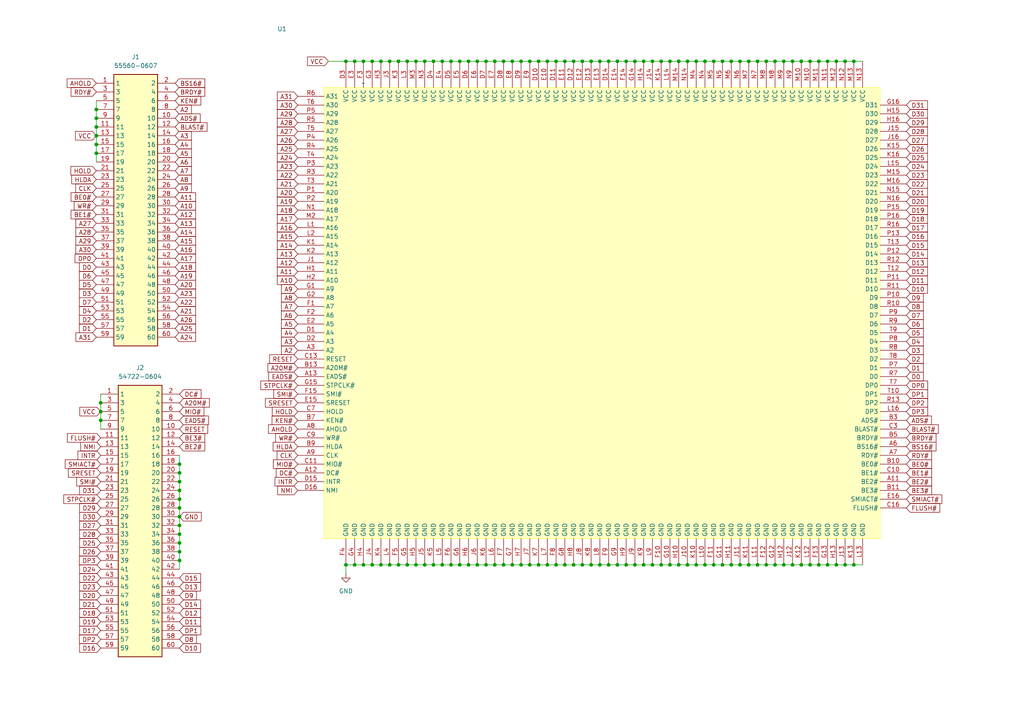
<source format=kicad_sch>
(kicad_sch (version 20250114) (generator "eeschema") (generator_version "9.0")
  (paper "A4")
  (junction (at 52.07 134.62))
  (junction (at 52.07 162.56))
  (junction (at 143.51 17.78))
  (junction (at 27.94 39.37))
  (junction (at 196.85 17.78))
  (junction (at 29.21 116.84))
  (junction (at 27.94 44.45))
  (junction (at 163.83 163.83))
  (junction (at 120.65 17.78))
  (junction (at 222.25 17.78))
  (junction (at 186.69 163.83))
  (junction (at 107.95 163.83))
  (junction (at 214.63 17.78))
  (junction (at 123.19 163.83))
  (junction (at 234.95 17.78))
  (junction (at 125.73 17.78))
  (junction (at 217.17 163.83))
  (junction (at 186.69 17.78))
  (junction (at 52.07 144.78))
  (junction (at 196.85 163.83))
  (junction (at 107.95 17.78))
  (junction (at 148.59 163.83))
  (junction (at 227.33 163.83))
  (junction (at 247.65 17.78))
  (junction (at 234.95 163.83))
  (junction (at 105.41 163.83))
  (junction (at 184.15 163.83))
  (junction (at 207.01 163.83))
  (junction (at 143.51 163.83))
  (junction (at 156.21 163.83))
  (junction (at 120.65 163.83))
  (junction (at 113.03 163.83))
  (junction (at 199.39 17.78))
  (junction (at 219.71 163.83))
  (junction (at 153.67 17.78))
  (junction (at 27.94 31.75))
  (junction (at 115.57 163.83))
  (junction (at 158.75 17.78))
  (junction (at 100.33 163.83))
  (junction (at 224.79 163.83))
  (junction (at 52.07 147.32))
  (junction (at 27.94 36.83))
  (junction (at 242.57 163.83))
  (junction (at 105.41 17.78))
  (junction (at 123.19 17.78))
  (junction (at 191.77 163.83))
  (junction (at 219.71 17.78))
  (junction (at 52.07 152.4))
  (junction (at 133.35 17.78))
  (junction (at 212.09 17.78))
  (junction (at 148.59 17.78))
  (junction (at 27.94 34.29))
  (junction (at 52.07 154.94))
  (junction (at 222.25 163.83))
  (junction (at 102.87 163.83))
  (junction (at 52.07 142.24))
  (junction (at 229.87 163.83))
  (junction (at 240.03 17.78))
  (junction (at 201.93 17.78))
  (junction (at 176.53 163.83))
  (junction (at 130.81 17.78))
  (junction (at 237.49 17.78))
  (junction (at 140.97 163.83))
  (junction (at 189.23 17.78))
  (junction (at 166.37 163.83))
  (junction (at 128.27 17.78))
  (junction (at 130.81 163.83))
  (junction (at 199.39 163.83))
  (junction (at 173.99 163.83))
  (junction (at 207.01 17.78))
  (junction (at 212.09 163.83))
  (junction (at 176.53 17.78))
  (junction (at 217.17 17.78))
  (junction (at 209.55 17.78))
  (junction (at 166.37 17.78))
  (junction (at 110.49 17.78))
  (junction (at 179.07 17.78))
  (junction (at 194.31 17.78))
  (junction (at 171.45 163.83))
  (junction (at 173.99 17.78))
  (junction (at 232.41 17.78))
  (junction (at 133.35 163.83))
  (junction (at 209.55 163.83))
  (junction (at 27.94 41.91))
  (junction (at 229.87 17.78))
  (junction (at 181.61 17.78))
  (junction (at 247.65 163.83))
  (junction (at 179.07 163.83))
  (junction (at 163.83 17.78))
  (junction (at 29.21 121.92))
  (junction (at 118.11 163.83))
  (junction (at 125.73 163.83))
  (junction (at 184.15 17.78))
  (junction (at 100.33 17.78))
  (junction (at 52.07 160.02))
  (junction (at 194.31 163.83))
  (junction (at 118.11 17.78))
  (junction (at 214.63 163.83))
  (junction (at 227.33 17.78))
  (junction (at 204.47 17.78))
  (junction (at 52.07 149.86))
  (junction (at 168.91 17.78))
  (junction (at 245.11 163.83))
  (junction (at 171.45 17.78))
  (junction (at 156.21 17.78))
  (junction (at 113.03 17.78))
  (junction (at 158.75 163.83))
  (junction (at 135.89 17.78))
  (junction (at 135.89 163.83))
  (junction (at 191.77 17.78))
  (junction (at 240.03 163.83))
  (junction (at 128.27 163.83))
  (junction (at 201.93 163.83))
  (junction (at 52.07 137.16))
  (junction (at 115.57 17.78))
  (junction (at 189.23 163.83))
  (junction (at 146.05 17.78))
  (junction (at 161.29 17.78))
  (junction (at 181.61 163.83))
  (junction (at 153.67 163.83))
  (junction (at 232.41 163.83))
  (junction (at 52.07 139.7))
  (junction (at 138.43 17.78))
  (junction (at 29.21 119.38))
  (junction (at 224.79 17.78))
  (junction (at 102.87 17.78))
  (junction (at 110.49 163.83))
  (junction (at 237.49 163.83))
  (junction (at 138.43 163.83))
  (junction (at 52.07 157.48))
  (junction (at 151.13 163.83))
  (junction (at 161.29 163.83))
  (junction (at 140.97 17.78))
  (junction (at 146.05 163.83))
  (junction (at 242.57 17.78))
  (junction (at 168.91 163.83))
  (junction (at 204.47 163.83))
  (junction (at 245.11 17.78))
  (junction (at 151.13 17.78))
  (wire (pts (xy 158.75 17.78) (xy 161.29 17.78)))
  (wire (pts (xy 234.95 17.78) (xy 237.49 17.78)))
  (wire (pts (xy 52.07 134.62) (xy 52.07 137.16)))
  (wire (pts (xy 105.41 17.78) (xy 107.95 17.78)))
  (wire (pts (xy 29.21 121.92) (xy 29.21 124.46)))
  (wire (pts (xy 143.51 163.83) (xy 146.05 163.83)))
  (wire (pts (xy 138.43 163.83) (xy 140.97 163.83)))
  (wire (pts (xy 125.73 17.78) (xy 128.27 17.78)))
  (wire (pts (xy 120.65 17.78) (xy 123.19 17.78)))
  (wire (pts (xy 110.49 163.83) (xy 113.03 163.83)))
  (wire (pts (xy 52.07 160.02) (xy 52.07 162.56)))
  (wire (pts (xy 171.45 17.78) (xy 173.99 17.78)))
  (wire (pts (xy 115.57 17.78) (xy 118.11 17.78)))
  (wire (pts (xy 245.11 17.78) (xy 247.65 17.78)))
  (wire (pts (xy 100.33 163.83) (xy 100.33 166.37)))
  (wire (pts (xy 166.37 17.78) (xy 168.91 17.78)))
  (wire (pts (xy 27.94 44.45) (xy 27.94 46.99)))
  (wire (pts (xy 204.47 17.78) (xy 207.01 17.78)))
  (wire (pts (xy 242.57 17.78) (xy 245.11 17.78)))
  (wire (pts (xy 247.65 163.83) (xy 250.19 163.83)))
  (wire (pts (xy 227.33 17.78) (xy 229.87 17.78)))
  (wire (pts (xy 207.01 17.78) (xy 209.55 17.78)))
  (wire (pts (xy 140.97 163.83) (xy 143.51 163.83)))
  (wire (pts (xy 173.99 163.83) (xy 176.53 163.83)))
  (wire (pts (xy 158.75 163.83) (xy 161.29 163.83)))
  (wire (pts (xy 128.27 163.83) (xy 130.81 163.83)))
  (wire (pts (xy 161.29 163.83) (xy 163.83 163.83)))
  (wire (pts (xy 186.69 163.83) (xy 189.23 163.83)))
  (wire (pts (xy 201.93 17.78) (xy 204.47 17.78)))
  (wire (pts (xy 148.59 163.83) (xy 151.13 163.83)))
  (wire (pts (xy 176.53 17.78) (xy 179.07 17.78)))
  (wire (pts (xy 207.01 163.83) (xy 209.55 163.83)))
  (wire (pts (xy 102.87 17.78) (xy 105.41 17.78)))
  (wire (pts (xy 52.07 144.78) (xy 52.07 147.32)))
  (wire (pts (xy 234.95 163.83) (xy 237.49 163.83)))
  (wire (pts (xy 204.47 163.83) (xy 207.01 163.83)))
  (wire (pts (xy 224.79 17.78) (xy 227.33 17.78)))
  (wire (pts (xy 181.61 163.83) (xy 184.15 163.83)))
  (wire (pts (xy 52.07 147.32) (xy 52.07 149.86)))
  (wire (pts (xy 52.07 149.86) (xy 52.07 152.4)))
  (wire (pts (xy 232.41 163.83) (xy 234.95 163.83)))
  (wire (pts (xy 163.83 163.83) (xy 166.37 163.83)))
  (wire (pts (xy 179.07 163.83) (xy 181.61 163.83)))
  (wire (pts (xy 52.07 152.4) (xy 52.07 154.94)))
  (wire (pts (xy 219.71 17.78) (xy 222.25 17.78)))
  (wire (pts (xy 163.83 17.78) (xy 166.37 17.78)))
  (wire (pts (xy 222.25 17.78) (xy 224.79 17.78)))
  (wire (pts (xy 151.13 163.83) (xy 153.67 163.83)))
  (wire (pts (xy 184.15 17.78) (xy 186.69 17.78)))
  (wire (pts (xy 153.67 17.78) (xy 156.21 17.78)))
  (wire (pts (xy 176.53 163.83) (xy 179.07 163.83)))
  (wire (pts (xy 171.45 163.83) (xy 173.99 163.83)))
  (wire (pts (xy 52.07 142.24) (xy 52.07 144.78)))
  (wire (pts (xy 245.11 163.83) (xy 247.65 163.83)))
  (wire (pts (xy 52.07 154.94) (xy 52.07 157.48)))
  (wire (pts (xy 237.49 17.78) (xy 240.03 17.78)))
  (wire (pts (xy 52.07 132.08) (xy 52.07 134.62)))
  (wire (pts (xy 181.61 17.78) (xy 184.15 17.78)))
  (wire (pts (xy 52.07 162.56) (xy 52.07 165.1)))
  (wire (pts (xy 102.87 163.83) (xy 105.41 163.83)))
  (wire (pts (xy 232.41 17.78) (xy 234.95 17.78)))
  (wire (pts (xy 156.21 163.83) (xy 158.75 163.83)))
  (wire (pts (xy 199.39 17.78) (xy 201.93 17.78)))
  (wire (pts (xy 118.11 163.83) (xy 120.65 163.83)))
  (wire (pts (xy 209.55 163.83) (xy 212.09 163.83)))
  (wire (pts (xy 191.77 163.83) (xy 194.31 163.83)))
  (wire (pts (xy 27.94 34.29) (xy 27.94 36.83)))
  (wire (pts (xy 168.91 163.83) (xy 171.45 163.83)))
  (wire (pts (xy 130.81 17.78) (xy 133.35 17.78)))
  (wire (pts (xy 186.69 17.78) (xy 189.23 17.78)))
  (wire (pts (xy 240.03 163.83) (xy 242.57 163.83)))
  (wire (pts (xy 242.57 163.83) (xy 245.11 163.83)))
  (wire (pts (xy 194.31 17.78) (xy 196.85 17.78)))
  (wire (pts (xy 27.94 29.21) (xy 27.94 31.75)))
  (wire (pts (xy 52.07 137.16) (xy 52.07 139.7)))
  (wire (pts (xy 100.33 17.78) (xy 102.87 17.78)))
  (wire (pts (xy 212.09 163.83) (xy 214.63 163.83)))
  (wire (pts (xy 107.95 163.83) (xy 110.49 163.83)))
  (wire (pts (xy 29.21 114.3) (xy 29.21 116.84)))
  (wire (pts (xy 27.94 31.75) (xy 27.94 34.29)))
  (wire (pts (xy 135.89 17.78) (xy 138.43 17.78)))
  (wire (pts (xy 184.15 163.83) (xy 186.69 163.83)))
  (wire (pts (xy 128.27 17.78) (xy 130.81 17.78)))
  (wire (pts (xy 130.81 163.83) (xy 133.35 163.83)))
  (wire (pts (xy 191.77 17.78) (xy 194.31 17.78)))
  (wire (pts (xy 140.97 17.78) (xy 143.51 17.78)))
  (wire (pts (xy 166.37 163.83) (xy 168.91 163.83)))
  (wire (pts (xy 224.79 163.83) (xy 227.33 163.83)))
  (wire (pts (xy 135.89 163.83) (xy 138.43 163.83)))
  (wire (pts (xy 151.13 17.78) (xy 153.67 17.78)))
  (wire (pts (xy 95.25 17.78) (xy 100.33 17.78)))
  (wire (pts (xy 212.09 17.78) (xy 214.63 17.78)))
  (wire (pts (xy 52.07 157.48) (xy 52.07 160.02)))
  (wire (pts (xy 229.87 163.83) (xy 232.41 163.83)))
  (wire (pts (xy 201.93 163.83) (xy 204.47 163.83)))
  (wire (pts (xy 105.41 163.83) (xy 107.95 163.83)))
  (wire (pts (xy 196.85 17.78) (xy 199.39 17.78)))
  (wire (pts (xy 173.99 17.78) (xy 176.53 17.78)))
  (wire (pts (xy 148.59 17.78) (xy 151.13 17.78)))
  (wire (pts (xy 146.05 17.78) (xy 148.59 17.78)))
  (wire (pts (xy 196.85 163.83) (xy 199.39 163.83)))
  (wire (pts (xy 27.94 36.83) (xy 27.94 39.37)))
  (wire (pts (xy 27.94 41.91) (xy 27.94 44.45)))
  (wire (pts (xy 247.65 17.78) (xy 250.19 17.78)))
  (wire (pts (xy 229.87 17.78) (xy 232.41 17.78)))
  (wire (pts (xy 194.31 163.83) (xy 196.85 163.83)))
  (wire (pts (xy 240.03 17.78) (xy 242.57 17.78)))
  (wire (pts (xy 179.07 17.78) (xy 181.61 17.78)))
  (wire (pts (xy 110.49 17.78) (xy 113.03 17.78)))
  (wire (pts (xy 222.25 163.83) (xy 224.79 163.83)))
  (wire (pts (xy 52.07 139.7) (xy 52.07 142.24)))
  (wire (pts (xy 138.43 17.78) (xy 140.97 17.78)))
  (wire (pts (xy 27.94 39.37) (xy 27.94 41.91)))
  (wire (pts (xy 168.91 17.78) (xy 171.45 17.78)))
  (wire (pts (xy 113.03 163.83) (xy 115.57 163.83)))
  (wire (pts (xy 153.67 163.83) (xy 156.21 163.83)))
  (wire (pts (xy 217.17 17.78) (xy 219.71 17.78)))
  (wire (pts (xy 123.19 163.83) (xy 125.73 163.83)))
  (wire (pts (xy 219.71 163.83) (xy 222.25 163.83)))
  (wire (pts (xy 161.29 17.78) (xy 163.83 17.78)))
  (wire (pts (xy 146.05 163.83) (xy 148.59 163.83)))
  (wire (pts (xy 214.63 163.83) (xy 217.17 163.83)))
  (wire (pts (xy 209.55 17.78) (xy 212.09 17.78)))
  (wire (pts (xy 217.17 163.83) (xy 219.71 163.83)))
  (wire (pts (xy 120.65 163.83) (xy 123.19 163.83)))
  (wire (pts (xy 189.23 163.83) (xy 191.77 163.83)))
  (wire (pts (xy 29.21 119.38) (xy 29.21 121.92)))
  (wire (pts (xy 118.11 17.78) (xy 120.65 17.78)))
  (wire (pts (xy 100.33 163.83) (xy 102.87 163.83)))
  (wire (pts (xy 199.39 163.83) (xy 201.93 163.83)))
  (wire (pts (xy 113.03 17.78) (xy 115.57 17.78)))
  (wire (pts (xy 133.35 17.78) (xy 135.89 17.78)))
  (wire (pts (xy 189.23 17.78) (xy 191.77 17.78)))
  (wire (pts (xy 227.33 163.83) (xy 229.87 163.83)))
  (wire (pts (xy 237.49 163.83) (xy 240.03 163.83)))
  (wire (pts (xy 133.35 163.83) (xy 135.89 163.83)))
  (wire (pts (xy 214.63 17.78) (xy 217.17 17.78)))
  (wire (pts (xy 115.57 163.83) (xy 118.11 163.83)))
  (wire (pts (xy 156.21 17.78) (xy 158.75 17.78)))
  (wire (pts (xy 143.51 17.78) (xy 146.05 17.78)))
  (wire (pts (xy 29.21 116.84) (xy 29.21 119.38)))
  (wire (pts (xy 123.19 17.78) (xy 125.73 17.78)))
  (wire (pts (xy 125.73 163.83) (xy 128.27 163.83)))
  (wire (pts (xy 107.95 17.78) (xy 110.49 17.78)))
  (global_label "D13" (shape input) (at 262.89 76.2 0) (property "Intersheetrefs" "${INTERSHEET_REFS}" (effects (hide yes))))
  (global_label "DC#" (shape input) (at 86.36 137.16 180) (property "Intersheetrefs" "${INTERSHEET_REFS}" (effects (hide yes))))
  (global_label "D7" (shape input) (at 262.89 91.44 0) (property "Intersheetrefs" "${INTERSHEET_REFS}" (effects (hide yes))))
  (global_label "D16" (shape input) (at 262.89 68.58 0) (property "Intersheetrefs" "${INTERSHEET_REFS}" (effects (hide yes))))
  (global_label "SMI#" (shape input) (at 29.21 139.7 180) (property "Intersheetrefs" "${INTERSHEET_REFS}" (effects (hide yes))))
  (global_label "D14" (shape input) (at 52.07 175.26 0) (property "Intersheetrefs" "${INTERSHEET_REFS}" (effects (hide yes))))
  (global_label "A3" (shape input) (at 86.36 99.06 180) (property "Intersheetrefs" "${INTERSHEET_REFS}" (effects (hide yes))))
  (global_label "D23" (shape input) (at 29.21 170.18 180) (property "Intersheetrefs" "${INTERSHEET_REFS}" (effects (hide yes))))
  (global_label "D3" (shape input) (at 27.94 85.09 180) (property "Intersheetrefs" "${INTERSHEET_REFS}" (effects (hide yes))))
  (global_label "A30" (shape input) (at 86.36 30.48 180) (property "Intersheetrefs" "${INTERSHEET_REFS}" (effects (hide yes))))
  (global_label "VCC" (shape input) (at 27.94 39.37 180) (property "Intersheetrefs" "${INTERSHEET_REFS}" (effects (hide yes))))
  (global_label "A15" (shape input) (at 86.36 68.58 180) (property "Intersheetrefs" "${INTERSHEET_REFS}" (effects (hide yes))))
  (global_label "A17" (shape input) (at 86.36 63.5 180) (property "Intersheetrefs" "${INTERSHEET_REFS}" (effects (hide yes))))
  (global_label "D18" (shape input) (at 29.21 177.8 180) (property "Intersheetrefs" "${INTERSHEET_REFS}" (effects (hide yes))))
  (global_label "A13" (shape input) (at 86.36 73.66 180) (property "Intersheetrefs" "${INTERSHEET_REFS}" (effects (hide yes))))
  (global_label "D30" (shape input) (at 29.21 149.86 180) (property "Intersheetrefs" "${INTERSHEET_REFS}" (effects (hide yes))))
  (global_label "D6" (shape input) (at 262.89 93.98 0) (property "Intersheetrefs" "${INTERSHEET_REFS}" (effects (hide yes))))
  (global_label "A31" (shape input) (at 86.36 27.94 180) (property "Intersheetrefs" "${INTERSHEET_REFS}" (effects (hide yes))))
  (global_label "D17" (shape input) (at 29.21 182.88 180) (property "Intersheetrefs" "${INTERSHEET_REFS}" (effects (hide yes))))
  (global_label "D4" (shape input) (at 262.89 99.06 0) (property "Intersheetrefs" "${INTERSHEET_REFS}" (effects (hide yes))))
  (global_label "D5" (shape input) (at 27.94 82.55 180) (property "Intersheetrefs" "${INTERSHEET_REFS}" (effects (hide yes))))
  (global_label "D7" (shape input) (at 27.94 87.63 180) (property "Intersheetrefs" "${INTERSHEET_REFS}" (effects (hide yes))))
  (global_label "D25" (shape input) (at 29.21 157.48 180) (property "Intersheetrefs" "${INTERSHEET_REFS}" (effects (hide yes))))
  (global_label "BS16#" (shape input) (at 262.89 129.54 0) (property "Intersheetrefs" "${INTERSHEET_REFS}" (effects (hide yes))))
  (global_label "DP2" (shape input) (at 29.21 185.42 180) (property "Intersheetrefs" "${INTERSHEET_REFS}" (effects (hide yes))))
  (global_label "A18" (shape input) (at 86.36 60.96 180) (property "Intersheetrefs" "${INTERSHEET_REFS}" (effects (hide yes))))
  (global_label "DP0" (shape input) (at 262.89 111.76 0) (property "Intersheetrefs" "${INTERSHEET_REFS}" (effects (hide yes))))
  (global_label "A31" (shape input) (at 27.94 97.79 180) (property "Intersheetrefs" "${INTERSHEET_REFS}" (effects (hide yes))))
  (global_label "A24" (shape input) (at 86.36 45.72 180) (property "Intersheetrefs" "${INTERSHEET_REFS}" (effects (hide yes))))
  (global_label "D30" (shape input) (at 262.89 33.02 0) (property "Intersheetrefs" "${INTERSHEET_REFS}" (effects (hide yes))))
  (global_label "D9" (shape input) (at 262.89 86.36 0) (property "Intersheetrefs" "${INTERSHEET_REFS}" (effects (hide yes))))
  (global_label "D4" (shape input) (at 27.94 90.17 180) (property "Intersheetrefs" "${INTERSHEET_REFS}" (effects (hide yes))))
  (global_label "FLUSH#" (shape input) (at 29.21 127 180) (property "Intersheetrefs" "${INTERSHEET_REFS}" (effects (hide yes))))
  (global_label "HOLD" (shape input) (at 86.36 119.38 180) (property "Intersheetrefs" "${INTERSHEET_REFS}" (effects (hide yes))))
  (global_label "A29" (shape input) (at 27.94 69.85 180) (property "Intersheetrefs" "${INTERSHEET_REFS}" (effects (hide yes))))
  (global_label "A10" (shape input) (at 50.8 59.69 0) (property "Intersheetrefs" "${INTERSHEET_REFS}" (effects (hide yes))))
  (global_label "D19" (shape input) (at 29.21 180.34 180) (property "Intersheetrefs" "${INTERSHEET_REFS}" (effects (hide yes))))
  (global_label "SMI#" (shape input) (at 86.36 114.3 180) (property "Intersheetrefs" "${INTERSHEET_REFS}" (effects (hide yes))))
  (global_label "BE3#" (shape input) (at 52.07 127 0) (property "Intersheetrefs" "${INTERSHEET_REFS}" (effects (hide yes))))
  (global_label "A7" (shape input) (at 86.36 88.9 180) (property "Intersheetrefs" "${INTERSHEET_REFS}" (effects (hide yes))))
  (global_label "A14" (shape input) (at 86.36 71.12 180) (property "Intersheetrefs" "${INTERSHEET_REFS}" (effects (hide yes))))
  (global_label "WR#" (shape input) (at 27.94 59.69 180) (property "Intersheetrefs" "${INTERSHEET_REFS}" (effects (hide yes))))
  (global_label "A21" (shape input) (at 50.8 90.17 0) (property "Intersheetrefs" "${INTERSHEET_REFS}" (effects (hide yes))))
  (global_label "MIO#" (shape input) (at 86.36 134.62 180) (property "Intersheetrefs" "${INTERSHEET_REFS}" (effects (hide yes))))
  (global_label "D16" (shape input) (at 29.21 187.96 180) (property "Intersheetrefs" "${INTERSHEET_REFS}" (effects (hide yes))))
  (global_label "D29" (shape input) (at 29.21 147.32 180) (property "Intersheetrefs" "${INTERSHEET_REFS}" (effects (hide yes))))
  (global_label "DP1" (shape input) (at 262.89 114.3 0) (property "Intersheetrefs" "${INTERSHEET_REFS}" (effects (hide yes))))
  (global_label "D10" (shape input) (at 262.89 83.82 0) (property "Intersheetrefs" "${INTERSHEET_REFS}" (effects (hide yes))))
  (global_label "D0" (shape input) (at 27.94 77.47 180) (property "Intersheetrefs" "${INTERSHEET_REFS}" (effects (hide yes))))
  (global_label "A22" (shape input) (at 86.36 50.8 180) (property "Intersheetrefs" "${INTERSHEET_REFS}" (effects (hide yes))))
  (global_label "MIO#" (shape input) (at 52.07 119.38 0) (property "Intersheetrefs" "${INTERSHEET_REFS}" (effects (hide yes))))
  (global_label "A6" (shape input) (at 50.8 46.99 0) (property "Intersheetrefs" "${INTERSHEET_REFS}" (effects (hide yes))))
  (global_label "A15" (shape input) (at 50.8 69.85 0) (property "Intersheetrefs" "${INTERSHEET_REFS}" (effects (hide yes))))
  (global_label "D0" (shape input) (at 262.89 109.22 0) (property "Intersheetrefs" "${INTERSHEET_REFS}" (effects (hide yes))))
  (global_label "A9" (shape input) (at 50.8 54.61 0) (property "Intersheetrefs" "${INTERSHEET_REFS}" (effects (hide yes))))
  (global_label "A20" (shape input) (at 50.8 82.55 0) (property "Intersheetrefs" "${INTERSHEET_REFS}" (effects (hide yes))))
  (global_label "D2" (shape input) (at 262.89 104.14 0) (property "Intersheetrefs" "${INTERSHEET_REFS}" (effects (hide yes))))
  (global_label "A12" (shape input) (at 86.36 76.2 180) (property "Intersheetrefs" "${INTERSHEET_REFS}" (effects (hide yes))))
  (global_label "A12" (shape input) (at 50.8 62.23 0) (property "Intersheetrefs" "${INTERSHEET_REFS}" (effects (hide yes))))
  (global_label "D29" (shape input) (at 262.89 35.56 0) (property "Intersheetrefs" "${INTERSHEET_REFS}" (effects (hide yes))))
  (global_label "D31" (shape input) (at 262.89 30.48 0) (property "Intersheetrefs" "${INTERSHEET_REFS}" (effects (hide yes))))
  (global_label "NMI" (shape input) (at 29.21 129.54 180) (property "Intersheetrefs" "${INTERSHEET_REFS}" (effects (hide yes))))
  (global_label "A4" (shape input) (at 50.8 41.91 0) (property "Intersheetrefs" "${INTERSHEET_REFS}" (effects (hide yes))))
  (global_label "D5" (shape input) (at 262.89 96.52 0) (property "Intersheetrefs" "${INTERSHEET_REFS}" (effects (hide yes))))
  (global_label "D26" (shape input) (at 29.21 160.02 180) (property "Intersheetrefs" "${INTERSHEET_REFS}" (effects (hide yes))))
  (global_label "BE0#" (shape input) (at 27.94 57.15 180) (property "Intersheetrefs" "${INTERSHEET_REFS}" (effects (hide yes))))
  (global_label "NMI" (shape input) (at 86.36 142.24 180) (property "Intersheetrefs" "${INTERSHEET_REFS}" (effects (hide yes))))
  (global_label "D25" (shape input) (at 262.89 45.72 0) (property "Intersheetrefs" "${INTERSHEET_REFS}" (effects (hide yes))))
  (global_label "D23" (shape input) (at 262.89 50.8 0) (property "Intersheetrefs" "${INTERSHEET_REFS}" (effects (hide yes))))
  (global_label "A25" (shape input) (at 50.8 95.25 0) (property "Intersheetrefs" "${INTERSHEET_REFS}" (effects (hide yes))))
  (global_label "A21" (shape input) (at 86.36 53.34 180) (property "Intersheetrefs" "${INTERSHEET_REFS}" (effects (hide yes))))
  (global_label "STPCLK#" (shape input) (at 29.21 144.78 180) (property "Intersheetrefs" "${INTERSHEET_REFS}" (effects (hide yes))))
  (global_label "BRDY#" (shape input) (at 50.8 26.67 0) (property "Intersheetrefs" "${INTERSHEET_REFS}" (effects (hide yes))))
  (global_label "A9" (shape input) (at 86.36 83.82 180) (property "Intersheetrefs" "${INTERSHEET_REFS}" (effects (hide yes))))
  (global_label "RESET" (shape input) (at 52.07 124.46 0) (property "Intersheetrefs" "${INTERSHEET_REFS}" (effects (hide yes))))
  (global_label "A2" (shape input) (at 50.8 31.75 0) (property "Intersheetrefs" "${INTERSHEET_REFS}" (effects (hide yes))))
  (global_label "A11" (shape input) (at 86.36 78.74 180) (property "Intersheetrefs" "${INTERSHEET_REFS}" (effects (hide yes))))
  (global_label "BLAST#" (shape input) (at 50.8 36.83 0) (property "Intersheetrefs" "${INTERSHEET_REFS}" (effects (hide yes))))
  (global_label "A7" (shape input) (at 50.8 49.53 0) (property "Intersheetrefs" "${INTERSHEET_REFS}" (effects (hide yes))))
  (global_label "D18" (shape input) (at 262.89 63.5 0) (property "Intersheetrefs" "${INTERSHEET_REFS}" (effects (hide yes))))
  (global_label "A27" (shape input) (at 27.94 64.77 180) (property "Intersheetrefs" "${INTERSHEET_REFS}" (effects (hide yes))))
  (global_label "D21" (shape input) (at 262.89 55.88 0) (property "Intersheetrefs" "${INTERSHEET_REFS}" (effects (hide yes))))
  (global_label "D12" (shape input) (at 52.07 177.8 0) (property "Intersheetrefs" "${INTERSHEET_REFS}" (effects (hide yes))))
  (global_label "ADS#" (shape input) (at 262.89 121.92 0) (property "Intersheetrefs" "${INTERSHEET_REFS}" (effects (hide yes))))
  (global_label "A28" (shape input) (at 27.94 67.31 180) (property "Intersheetrefs" "${INTERSHEET_REFS}" (effects (hide yes))))
  (global_label "A23" (shape input) (at 86.36 48.26 180) (property "Intersheetrefs" "${INTERSHEET_REFS}" (effects (hide yes))))
  (global_label "VCC" (shape input) (at 95.25 17.78 180) (property "Intersheetrefs" "${INTERSHEET_REFS}" (effects (hide yes))))
  (global_label "A26" (shape input) (at 50.8 92.71 0) (property "Intersheetrefs" "${INTERSHEET_REFS}" (effects (hide yes))))
  (global_label "A10" (shape input) (at 86.36 81.28 180) (property "Intersheetrefs" "${INTERSHEET_REFS}" (effects (hide yes))))
  (global_label "A26" (shape input) (at 86.36 40.64 180) (property "Intersheetrefs" "${INTERSHEET_REFS}" (effects (hide yes))))
  (global_label "HOLD" (shape input) (at 27.94 49.53 180) (property "Intersheetrefs" "${INTERSHEET_REFS}" (effects (hide yes))))
  (global_label "BE0#" (shape input) (at 262.89 134.62 0) (property "Intersheetrefs" "${INTERSHEET_REFS}" (effects (hide yes))))
  (global_label "DP3" (shape input) (at 29.21 162.56 180) (property "Intersheetrefs" "${INTERSHEET_REFS}" (effects (hide yes))))
  (global_label "SRESET" (shape input) (at 29.21 137.16 180) (property "Intersheetrefs" "${INTERSHEET_REFS}" (effects (hide yes))))
  (global_label "D17" (shape input) (at 262.89 66.04 0) (property "Intersheetrefs" "${INTERSHEET_REFS}" (effects (hide yes))))
  (global_label "BE3#" (shape input) (at 262.89 142.24 0) (property "Intersheetrefs" "${INTERSHEET_REFS}" (effects (hide yes))))
  (global_label "A23" (shape input) (at 50.8 85.09 0) (property "Intersheetrefs" "${INTERSHEET_REFS}" (effects (hide yes))))
  (global_label "FLUSH#" (shape input) (at 262.89 147.32 0) (property "Intersheetrefs" "${INTERSHEET_REFS}" (effects (hide yes))))
  (global_label "DP0" (shape input) (at 27.94 74.93 180) (property "Intersheetrefs" "${INTERSHEET_REFS}" (effects (hide yes))))
  (global_label "D9" (shape input) (at 52.07 172.72 0) (property "Intersheetrefs" "${INTERSHEET_REFS}" (effects (hide yes))))
  (global_label "A19" (shape input) (at 50.8 80.01 0) (property "Intersheetrefs" "${INTERSHEET_REFS}" (effects (hide yes))))
  (global_label "KEN#" (shape input) (at 86.36 121.92 180) (property "Intersheetrefs" "${INTERSHEET_REFS}" (effects (hide yes))))
  (global_label "BE2#" (shape input) (at 52.07 129.54 0) (property "Intersheetrefs" "${INTERSHEET_REFS}" (effects (hide yes))))
  (global_label "DP1" (shape input) (at 52.07 182.88 0) (property "Intersheetrefs" "${INTERSHEET_REFS}" (effects (hide yes))))
  (global_label "STPCLK#" (shape input) (at 86.36 111.76 180) (property "Intersheetrefs" "${INTERSHEET_REFS}" (effects (hide yes))))
  (global_label "A3" (shape input) (at 50.8 39.37 0) (property "Intersheetrefs" "${INTERSHEET_REFS}" (effects (hide yes))))
  (global_label "A29" (shape input) (at 86.36 33.02 180) (property "Intersheetrefs" "${INTERSHEET_REFS}" (effects (hide yes))))
  (global_label "GND" (shape input) (at 52.07 149.86 0) (property "Intersheetrefs" "${INTERSHEET_REFS}" (effects (hide yes))))
  (global_label "SRESET" (shape input) (at 86.36 116.84 180) (property "Intersheetrefs" "${INTERSHEET_REFS}" (effects (hide yes))))
  (global_label "A19" (shape input) (at 86.36 58.42 180) (property "Intersheetrefs" "${INTERSHEET_REFS}" (effects (hide yes))))
  (global_label "D22" (shape input) (at 29.21 167.64 180) (property "Intersheetrefs" "${INTERSHEET_REFS}" (effects (hide yes))))
  (global_label "A27" (shape input) (at 86.36 38.1 180) (property "Intersheetrefs" "${INTERSHEET_REFS}" (effects (hide yes))))
  (global_label "D26" (shape input) (at 262.89 43.18 0) (property "Intersheetrefs" "${INTERSHEET_REFS}" (effects (hide yes))))
  (global_label "AHOLD" (shape input) (at 27.94 24.13 180) (property "Intersheetrefs" "${INTERSHEET_REFS}" (effects (hide yes))))
  (global_label "ADS#" (shape input) (at 50.8 34.29 0) (property "Intersheetrefs" "${INTERSHEET_REFS}" (effects (hide yes))))
  (global_label "A20M#" (shape input) (at 86.36 106.68 180) (property "Intersheetrefs" "${INTERSHEET_REFS}" (effects (hide yes))))
  (global_label "BRDY#" (shape input) (at 262.89 127 0) (property "Intersheetrefs" "${INTERSHEET_REFS}" (effects (hide yes))))
  (global_label "A30" (shape input) (at 27.94 72.39 180) (property "Intersheetrefs" "${INTERSHEET_REFS}" (effects (hide yes))))
  (global_label "D22" (shape input) (at 262.89 53.34 0) (property "Intersheetrefs" "${INTERSHEET_REFS}" (effects (hide yes))))
  (global_label "A16" (shape input) (at 86.36 66.04 180) (property "Intersheetrefs" "${INTERSHEET_REFS}" (effects (hide yes))))
  (global_label "WR#" (shape input) (at 86.36 127 180) (property "Intersheetrefs" "${INTERSHEET_REFS}" (effects (hide yes))))
  (global_label "D24" (shape input) (at 29.21 165.1 180) (property "Intersheetrefs" "${INTERSHEET_REFS}" (effects (hide yes))))
  (global_label "DP2" (shape input) (at 262.89 116.84 0) (property "Intersheetrefs" "${INTERSHEET_REFS}" (effects (hide yes))))
  (global_label "KEN#" (shape input) (at 50.8 29.21 0) (property "Intersheetrefs" "${INTERSHEET_REFS}" (effects (hide yes))))
  (global_label "A13" (shape input) (at 50.8 64.77 0) (property "Intersheetrefs" "${INTERSHEET_REFS}" (effects (hide yes))))
  (global_label "D1" (shape input) (at 27.94 95.25 180) (property "Intersheetrefs" "${INTERSHEET_REFS}" (effects (hide yes))))
  (global_label "A4" (shape input) (at 86.36 96.52 180) (property "Intersheetrefs" "${INTERSHEET_REFS}" (effects (hide yes))))
  (global_label "A5" (shape input) (at 50.8 44.45 0) (property "Intersheetrefs" "${INTERSHEET_REFS}" (effects (hide yes))))
  (global_label "DC#" (shape input) (at 52.07 114.3 0) (property "Intersheetrefs" "${INTERSHEET_REFS}" (effects (hide yes))))
  (global_label "D20" (shape input) (at 29.21 172.72 180) (property "Intersheetrefs" "${INTERSHEET_REFS}" (effects (hide yes))))
  (global_label "A20" (shape input) (at 86.36 55.88 180) (property "Intersheetrefs" "${INTERSHEET_REFS}" (effects (hide yes))))
  (global_label "D27" (shape input) (at 29.21 152.4 180) (property "Intersheetrefs" "${INTERSHEET_REFS}" (effects (hide yes))))
  (global_label "A8" (shape input) (at 50.8 52.07 0) (property "Intersheetrefs" "${INTERSHEET_REFS}" (effects (hide yes))))
  (global_label "RESET" (shape input) (at 86.36 104.14 180) (property "Intersheetrefs" "${INTERSHEET_REFS}" (effects (hide yes))))
  (global_label "A16" (shape input) (at 50.8 72.39 0) (property "Intersheetrefs" "${INTERSHEET_REFS}" (effects (hide yes))))
  (global_label "INTR" (shape input) (at 29.21 132.08 180) (property "Intersheetrefs" "${INTERSHEET_REFS}" (effects (hide yes))))
  (global_label "A24" (shape input) (at 50.8 97.79 0) (property "Intersheetrefs" "${INTERSHEET_REFS}" (effects (hide yes))))
  (global_label "D31" (shape input) (at 29.21 142.24 180) (property "Intersheetrefs" "${INTERSHEET_REFS}" (effects (hide yes))))
  (global_label "A25" (shape input) (at 86.36 43.18 180) (property "Intersheetrefs" "${INTERSHEET_REFS}" (effects (hide yes))))
  (global_label "CLK" (shape input) (at 27.94 54.61 180) (property "Intersheetrefs" "${INTERSHEET_REFS}" (effects (hide yes))))
  (global_label "EADS#" (shape input) (at 52.07 121.92 0) (property "Intersheetrefs" "${INTERSHEET_REFS}" (effects (hide yes))))
  (global_label "RDY#" (shape input) (at 27.94 26.67 180) (property "Intersheetrefs" "${INTERSHEET_REFS}" (effects (hide yes))))
  (global_label "D15" (shape input) (at 52.07 167.64 0) (property "Intersheetrefs" "${INTERSHEET_REFS}" (effects (hide yes))))
  (global_label "HLDA" (shape input) (at 27.94 52.07 180) (property "Intersheetrefs" "${INTERSHEET_REFS}" (effects (hide yes))))
  (global_label "AHOLD" (shape input) (at 86.36 124.46 180) (property "Intersheetrefs" "${INTERSHEET_REFS}" (effects (hide yes))))
  (global_label "D6" (shape input) (at 27.94 80.01 180) (property "Intersheetrefs" "${INTERSHEET_REFS}" (effects (hide yes))))
  (global_label "BE2#" (shape input) (at 262.89 139.7 0) (property "Intersheetrefs" "${INTERSHEET_REFS}" (effects (hide yes))))
  (global_label "D10" (shape input) (at 52.07 187.96 0) (property "Intersheetrefs" "${INTERSHEET_REFS}" (effects (hide yes))))
  (global_label "D13" (shape input) (at 52.07 170.18 0) (property "Intersheetrefs" "${INTERSHEET_REFS}" (effects (hide yes))))
  (global_label "D8" (shape input) (at 262.89 88.9 0) (property "Intersheetrefs" "${INTERSHEET_REFS}" (effects (hide yes))))
  (global_label "A11" (shape input) (at 50.8 57.15 0) (property "Intersheetrefs" "${INTERSHEET_REFS}" (effects (hide yes))))
  (global_label "A8" (shape input) (at 86.36 86.36 180) (property "Intersheetrefs" "${INTERSHEET_REFS}" (effects (hide yes))))
  (global_label "D21" (shape input) (at 29.21 175.26 180) (property "Intersheetrefs" "${INTERSHEET_REFS}" (effects (hide yes))))
  (global_label "D11" (shape input) (at 262.89 81.28 0) (property "Intersheetrefs" "${INTERSHEET_REFS}" (effects (hide yes))))
  (global_label "D28" (shape input) (at 29.21 154.94 180) (property "Intersheetrefs" "${INTERSHEET_REFS}" (effects (hide yes))))
  (global_label "BS16#" (shape input) (at 50.8 24.13 0) (property "Intersheetrefs" "${INTERSHEET_REFS}" (effects (hide yes))))
  (global_label "DP3" (shape input) (at 262.89 119.38 0) (property "Intersheetrefs" "${INTERSHEET_REFS}" (effects (hide yes))))
  (global_label "D12" (shape input) (at 262.89 78.74 0) (property "Intersheetrefs" "${INTERSHEET_REFS}" (effects (hide yes))))
  (global_label "A18" (shape input) (at 50.8 77.47 0) (property "Intersheetrefs" "${INTERSHEET_REFS}" (effects (hide yes))))
  (global_label "BLAST#" (shape input) (at 262.89 124.46 0) (property "Intersheetrefs" "${INTERSHEET_REFS}" (effects (hide yes))))
  (global_label "D27" (shape input) (at 262.89 40.64 0) (property "Intersheetrefs" "${INTERSHEET_REFS}" (effects (hide yes))))
  (global_label "INTR" (shape input) (at 86.36 139.7 180) (property "Intersheetrefs" "${INTERSHEET_REFS}" (effects (hide yes))))
  (global_label "SMIACT#" (shape input) (at 29.21 134.62 180) (property "Intersheetrefs" "${INTERSHEET_REFS}" (effects (hide yes))))
  (global_label "CLK" (shape input) (at 86.36 132.08 180) (property "Intersheetrefs" "${INTERSHEET_REFS}" (effects (hide yes))))
  (global_label "D28" (shape input) (at 262.89 38.1 0) (property "Intersheetrefs" "${INTERSHEET_REFS}" (effects (hide yes))))
  (global_label "HLDA" (shape input) (at 86.36 129.54 180) (property "Intersheetrefs" "${INTERSHEET_REFS}" (effects (hide yes))))
  (global_label "A28" (shape input) (at 86.36 35.56 180) (property "Intersheetrefs" "${INTERSHEET_REFS}" (effects (hide yes))))
  (global_label "BE1#" (shape input) (at 27.94 62.23 180) (property "Intersheetrefs" "${INTERSHEET_REFS}" (effects (hide yes))))
  (global_label "D14" (shape input) (at 262.89 73.66 0) (property "Intersheetrefs" "${INTERSHEET_REFS}" (effects (hide yes))))
  (global_label "A5" (shape input) (at 86.36 93.98 180) (property "Intersheetrefs" "${INTERSHEET_REFS}" (effects (hide yes))))
  (global_label "EADS#" (shape input) (at 86.36 109.22 180) (property "Intersheetrefs" "${INTERSHEET_REFS}" (effects (hide yes))))
  (global_label "D2" (shape input) (at 27.94 92.71 180) (property "Intersheetrefs" "${INTERSHEET_REFS}" (effects (hide yes))))
  (global_label "RDY#" (shape input) (at 262.89 132.08 0) (property "Intersheetrefs" "${INTERSHEET_REFS}" (effects (hide yes))))
  (global_label "A20M#" (shape input) (at 52.07 116.84 0) (property "Intersheetrefs" "${INTERSHEET_REFS}" (effects (hide yes))))
  (global_label "A17" (shape input) (at 50.8 74.93 0) (property "Intersheetrefs" "${INTERSHEET_REFS}" (effects (hide yes))))
  (global_label "VCC" (shape input) (at 29.21 119.38 180) (property "Intersheetrefs" "${INTERSHEET_REFS}" (effects (hide yes))))
  (global_label "D3" (shape input) (at 262.89 101.6 0) (property "Intersheetrefs" "${INTERSHEET_REFS}" (effects (hide yes))))
  (global_label "A14" (shape input) (at 50.8 67.31 0) (property "Intersheetrefs" "${INTERSHEET_REFS}" (effects (hide yes))))
  (global_label "D20" (shape input) (at 262.89 58.42 0) (property "Intersheetrefs" "${INTERSHEET_REFS}" (effects (hide yes))))
  (global_label "SMIACT#" (shape input) (at 262.89 144.78 0) (property "Intersheetrefs" "${INTERSHEET_REFS}" (effects (hide yes))))
  (global_label "D19" (shape input) (at 262.89 60.96 0) (property "Intersheetrefs" "${INTERSHEET_REFS}" (effects (hide yes))))
  (global_label "A2" (shape input) (at 86.36 101.6 180) (property "Intersheetrefs" "${INTERSHEET_REFS}" (effects (hide yes))))
  (global_label "D11" (shape input) (at 52.07 180.34 0) (property "Intersheetrefs" "${INTERSHEET_REFS}" (effects (hide yes))))
  (global_label "D15" (shape input) (at 262.89 71.12 0) (property "Intersheetrefs" "${INTERSHEET_REFS}" (effects (hide yes))))
  (global_label "D8" (shape input) (at 52.07 185.42 0) (property "Intersheetrefs" "${INTERSHEET_REFS}" (effects (hide yes))))
  (global_label "D1" (shape input) (at 262.89 106.68 0) (property "Intersheetrefs" "${INTERSHEET_REFS}" (effects (hide yes))))
  (global_label "A6" (shape input) (at 86.36 91.44 180) (property "Intersheetrefs" "${INTERSHEET_REFS}" (effects (hide yes))))
  (global_label "A22" (shape input) (at 50.8 87.63 0) (property "Intersheetrefs" "${INTERSHEET_REFS}" (effects (hide yes))))
  (global_label "D24" (shape input) (at 262.89 48.26 0) (property "Intersheetrefs" "${INTERSHEET_REFS}" (effects (hide yes))))
  (global_label "BE1#" (shape input) (at 262.89 137.16 0) (property "Intersheetrefs" "${INTERSHEET_REFS}" (effects (hide yes))))
  (symbol (lib_id "power:GND") (at 100.33 166.37 0) (unit 1)
    (property "Reference" "#PWR01" (effects (hide yes)))
    (property "Value" "GND" (at 100.33 171.45 0))
    (property "Description" "Power symbol creates a global label with name \"GND\" , ground" (effects (hide yes)))
  )
  (symbol (lib_id "pcb-bga-library:PC110_CPU_BGA") (at 106.68 114.3 0) (unit 1)
    (property "Reference" "U1" (at 81.788 8.382 0))
    (property "Value" "~" (at 105.41 24.13 0))
    (property "Footprint" "pcb-bga-library:BGA-256" (effects (hide yes)))
  )
  (symbol (lib_id "pcb-bga-library:54722-0604") (at 29.21 114.3 0) (unit 1)
    (property "Reference" "J2" (at 40.64 106.68 0))
    (property "Value" "54722-0604" (at 40.64 109.22 0))
    (property "Footprint" "547220604" (effects (hide yes)))
    (property "Datasheet" "https://componentsearchengine.com/Datasheets/1/54722-0604.pdf" (effects (hide yes)))
    (property "Description" "Molex SLIMSTACK Series 0.5mm 60 Way 2 Row Straight PCB Socket Surface Mount Board to Board" (effects (hide yes)))
    (property "Height" "1.35" (effects (hide yes)))
    (property "Mouser Part Number" "538-54722-0604" (effects (hide yes)))
    (property "Mouser Price/Stock" "https://www.mouser.co.uk/ProductDetail/Molex/54722-0604?qs=OdNwOVlk5%2FhqhipZBZs72A%3D%3D" (effects (hide yes)))
    (property "Manufacturer_Name" "Molex" (effects (hide yes)))
    (property "Manufacturer_Part_Number" "54722-0604" (effects (hide yes)))
  )
  (symbol (lib_id "pcb-bga-library:55560-0607") (at 27.94 24.13 0) (unit 1)
    (property "Reference" "J1" (at 39.37 16.51 0))
    (property "Value" "55560-0607" (at 39.37 19.05 0))
    (property "Footprint" "555600607" (effects (hide yes)))
    (property "Datasheet" "https://www.molex.com/pdm_docs/sd/555600607_sd.pdf" (effects (hide yes)))
    (property "Description" "Molex SLIMSTACK 55560, 0.5mm Pitch, 60 Way, 2 Row, Straight PCB Header, Surface Mount" (effects (hide yes)))
    (property "Height" "1.35" (effects (hide yes)))
    (property "Mouser Part Number" "538-55560-0607" (effects (hide yes)))
    (property "Mouser Price/Stock" "https://www.mouser.co.uk/ProductDetail/Molex/55560-0607?qs=f2bKcALV%252B9xylowEXhTzRw%3D%3D" (effects (hide yes)))
    (property "Manufacturer_Name" "Molex" (effects (hide yes)))
    (property "Manufacturer_Part_Number" "55560-0607" (effects (hide yes)))
  )
)
</source>
